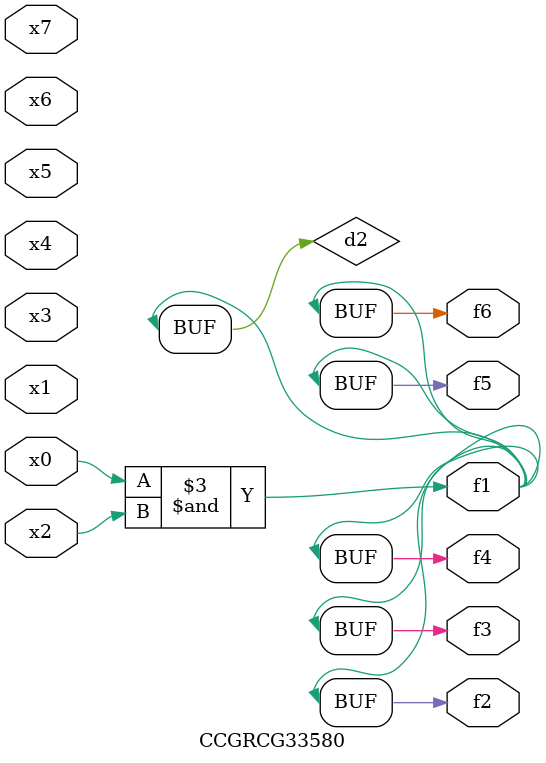
<source format=v>
module CCGRCG33580(
	input x0, x1, x2, x3, x4, x5, x6, x7,
	output f1, f2, f3, f4, f5, f6
);

	wire d1, d2;

	nor (d1, x3, x6);
	and (d2, x0, x2);
	assign f1 = d2;
	assign f2 = d2;
	assign f3 = d2;
	assign f4 = d2;
	assign f5 = d2;
	assign f6 = d2;
endmodule

</source>
